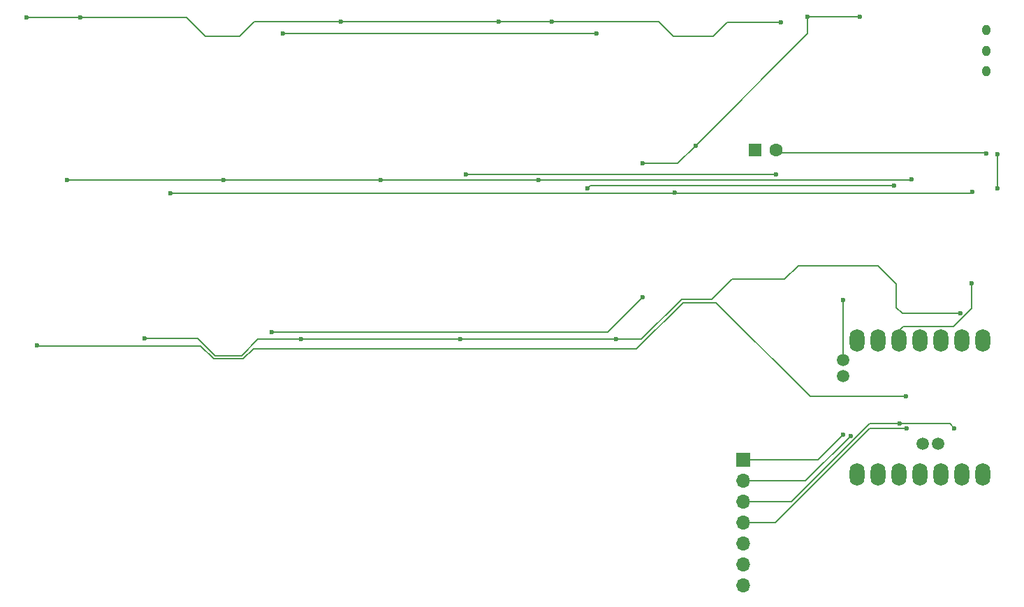
<source format=gbr>
%TF.GenerationSoftware,KiCad,Pcbnew,8.0.7*%
%TF.CreationDate,2025-01-09T22:17:52+09:00*%
%TF.ProjectId,cool937tb_R,636f6f6c-3933-4377-9462-5f522e6b6963,rev?*%
%TF.SameCoordinates,Original*%
%TF.FileFunction,Copper,L1,Top*%
%TF.FilePolarity,Positive*%
%FSLAX46Y46*%
G04 Gerber Fmt 4.6, Leading zero omitted, Abs format (unit mm)*
G04 Created by KiCad (PCBNEW 8.0.7) date 2025-01-09 22:17:52*
%MOMM*%
%LPD*%
G01*
G04 APERTURE LIST*
%TA.AperFunction,ComponentPad*%
%ADD10O,1.000000X1.300000*%
%TD*%
%TA.AperFunction,ComponentPad*%
%ADD11R,1.700000X1.700000*%
%TD*%
%TA.AperFunction,ComponentPad*%
%ADD12O,1.700000X1.700000*%
%TD*%
%TA.AperFunction,ComponentPad*%
%ADD13R,1.600000X1.600000*%
%TD*%
%TA.AperFunction,ComponentPad*%
%ADD14C,1.600000*%
%TD*%
%TA.AperFunction,ComponentPad*%
%ADD15O,1.800000X2.750000*%
%TD*%
%TA.AperFunction,ComponentPad*%
%ADD16C,1.500000*%
%TD*%
%TA.AperFunction,ViaPad*%
%ADD17C,0.600000*%
%TD*%
%TA.AperFunction,Conductor*%
%ADD18C,0.200000*%
%TD*%
G04 APERTURE END LIST*
D10*
%TO.P,SW21,1,A*%
%TO.N,unconnected-(SW21-A-Pad1)*%
X121220000Y-11620000D03*
%TO.P,SW21,2,B*%
%TO.N,Bat*%
X121220000Y-14120000D03*
%TO.P,SW21,3,C*%
%TO.N,Net-(J8-Pin_2)*%
X121220000Y-16620000D03*
%TD*%
D11*
%TO.P,J1,1,SCLK*%
%TO.N,SCLK*%
X91780000Y-63790000D03*
D12*
%TO.P,J1,2,nCS*%
%TO.N,CS*%
X91780000Y-66330000D03*
%TO.P,J1,3,GND*%
%TO.N,GND*%
X91780000Y-68870000D03*
%TO.P,J1,4,Vin*%
%TO.N,3.3V*%
X91780000Y-71410000D03*
%TO.P,J1,5,nc*%
%TO.N,unconnected-(J1-nc-Pad5)*%
X91780000Y-73950000D03*
%TO.P,J1,6,SDIO*%
%TO.N,SDIO*%
X91780000Y-76490000D03*
%TO.P,J1,7,MOTION*%
%TO.N,MOTION*%
X91780000Y-79030000D03*
%TD*%
D13*
%TO.P,J8,1,Pin_1*%
%TO.N,GND*%
X93206250Y-26193750D03*
D14*
%TO.P,J8,2,Pin_2*%
%TO.N,Net-(J8-Pin_2)*%
X95726250Y-26193750D03*
%TD*%
D15*
%TO.P,U1,1,P0.02_A0_D0*%
%TO.N,MOTION*%
X120806000Y-65540000D03*
%TO.P,U1,2,P0.03_A1_D1*%
%TO.N,Row0*%
X118266000Y-65540000D03*
%TO.P,U1,3,P0.28_A2_D2*%
%TO.N,Row1*%
X115726000Y-65540000D03*
%TO.P,U1,4,P0.29_A3_D3*%
%TO.N,Row2*%
X113186000Y-65540000D03*
%TO.P,U1,5,P0.04_A4_D4_SDA*%
%TO.N,SDIO*%
X110646000Y-65540000D03*
%TO.P,U1,6,P0.05_A5_D5_SCL*%
%TO.N,SCLK*%
X108106000Y-65540000D03*
%TO.P,U1,7,P1.11_D6_TX*%
%TO.N,Row3*%
X105566000Y-65540000D03*
%TO.P,U1,8,P1.12_D7_RX*%
%TO.N,Col3*%
X105566000Y-49300000D03*
%TO.P,U1,9,P1.13_D8_SCK*%
%TO.N,Col2*%
X108106000Y-49300000D03*
%TO.P,U1,10,P1.14_D9_MISO*%
%TO.N,Col1*%
X110646000Y-49300000D03*
%TO.P,U1,11,P1.15_D10_MOSI*%
%TO.N,Col0*%
X113186000Y-49300000D03*
%TO.P,U1,12,3V3*%
%TO.N,3.3V*%
X115726000Y-49300000D03*
%TO.P,U1,13,GND*%
%TO.N,GND*%
X118266000Y-49300000D03*
%TO.P,U1,14,5V*%
%TO.N,VCC*%
X120806000Y-49300000D03*
D16*
%TO.P,U1,15,NFC1_0.09*%
%TO.N,CS*%
X103874000Y-53584600D03*
%TO.P,U1,16,NFC2_0.10*%
%TO.N,Col4*%
X103874000Y-51705000D03*
%TO.P,U1,20,BATT+*%
%TO.N,Bat*%
X113503000Y-61865000D03*
%TO.P,U1,21,BATT-*%
%TO.N,GND*%
X115408000Y-61865000D03*
%TD*%
D17*
%TO.N,Col4*%
X103840000Y-44360000D03*
%TO.N,Col3*%
X95770000Y-29180000D03*
X58123750Y-29146250D03*
%TO.N,Col2*%
X74010000Y-12040000D03*
X35962500Y-12040000D03*
X110020000Y-30500000D03*
X72890000Y-30820000D03*
%TO.N,Col1*%
X119470000Y-42350000D03*
X119540000Y-31290000D03*
X83470000Y-31340000D03*
X22323750Y-31446250D03*
%TO.N,Col0*%
X6187500Y-49860000D03*
X111480000Y-56060000D03*
%TO.N,3.3V*%
X111600000Y-59960000D03*
%TO.N,SCLK*%
X103826000Y-60760000D03*
%TO.N,CS*%
X104767265Y-60852735D03*
%TO.N,GND*%
X110700000Y-59358411D03*
X117341500Y-59931500D03*
%TO.N,Row3*%
X85950000Y-25630000D03*
X79570000Y-44050000D03*
X105870000Y-10010000D03*
X79570000Y-27780000D03*
X34640000Y-48290000D03*
X99550000Y-10040000D03*
%TO.N,Row2*%
X38190000Y-49160000D03*
X57430000Y-49160000D03*
X19230000Y-49030000D03*
X118040000Y-45980000D03*
X76340000Y-49160000D03*
%TO.N,Row1*%
X112160000Y-29720000D03*
X66950000Y-29780000D03*
X9760000Y-29780000D03*
X28740000Y-29780000D03*
X47820000Y-29780000D03*
%TO.N,Row0*%
X11440000Y-10110000D03*
X43020000Y-10580000D03*
X96280000Y-10720000D03*
X62100000Y-10580000D03*
X68530000Y-10580000D03*
X4920000Y-10110000D03*
%TO.N,Bat*%
X122560000Y-30800000D03*
X122550000Y-26710000D03*
%TO.N,Net-(J8-Pin_2)*%
X121210000Y-26640000D03*
%TD*%
D18*
%TO.N,SCLK*%
X91780000Y-63790000D02*
X100796000Y-63790000D01*
X100796000Y-63790000D02*
X103826000Y-60760000D01*
%TO.N,CS*%
X91780000Y-66330000D02*
X99290000Y-66330000D01*
X99290000Y-66330000D02*
X104767265Y-60852735D01*
%TO.N,GND*%
X102618529Y-63850000D02*
X102694264Y-63774264D01*
X102694264Y-63774264D02*
X107110118Y-59358411D01*
X91780000Y-68870000D02*
X97598528Y-68870000D01*
X97598528Y-68870000D02*
X102694264Y-63774264D01*
%TO.N,3.3V*%
X98654215Y-68380000D02*
X98867108Y-68167108D01*
X98867108Y-68167108D02*
X106792108Y-60242107D01*
X91780000Y-71410000D02*
X95624216Y-71410000D01*
X95624216Y-71410000D02*
X98867108Y-68167108D01*
%TO.N,Col4*%
X103874000Y-44394000D02*
X103840000Y-44360000D01*
X103874000Y-51705000D02*
X103874000Y-44394000D01*
%TO.N,Col3*%
X95770000Y-29180000D02*
X58157500Y-29180000D01*
X58157500Y-29180000D02*
X58123750Y-29146250D01*
%TO.N,Col2*%
X110020000Y-30500000D02*
X73210000Y-30500000D01*
X73210000Y-30500000D02*
X72890000Y-30820000D01*
X74010000Y-12040000D02*
X35962500Y-12040000D01*
%TO.N,Col1*%
X119430000Y-31400000D02*
X119540000Y-31290000D01*
X117243529Y-47625000D02*
X111115000Y-47625000D01*
X110646000Y-48094000D02*
X110646000Y-49800000D01*
X22350000Y-31420000D02*
X22323750Y-31446250D01*
X83390000Y-31420000D02*
X22350000Y-31420000D01*
X83530000Y-31400000D02*
X83470000Y-31340000D01*
X83470000Y-31340000D02*
X83390000Y-31420000D01*
X119470000Y-45398529D02*
X117243529Y-47625000D01*
X99100000Y-31400000D02*
X119430000Y-31400000D01*
X111115000Y-47625000D02*
X110646000Y-48094000D01*
X99100000Y-31400000D02*
X83530000Y-31400000D01*
X119470000Y-42350000D02*
X119470000Y-45398529D01*
%TO.N,Col0*%
X31140000Y-51530000D02*
X32360025Y-50309975D01*
X78815711Y-50309975D02*
X84445686Y-44680000D01*
X32360025Y-50309975D02*
X78815711Y-50309975D01*
X25994314Y-49940000D02*
X27584314Y-51530000D01*
X88480000Y-44680000D02*
X99860000Y-56060000D01*
X6187500Y-49860000D02*
X6267500Y-49940000D01*
X27584314Y-51530000D02*
X31140000Y-51530000D01*
X99860000Y-56060000D02*
X111480000Y-56060000D01*
X6267500Y-49940000D02*
X25994314Y-49940000D01*
X84445686Y-44680000D02*
X88480000Y-44680000D01*
%TO.N,3.3V*%
X106792108Y-60242107D02*
X107074215Y-59960000D01*
X107074215Y-59960000D02*
X111600000Y-59960000D01*
%TO.N,GND*%
X107110118Y-59358411D02*
X110700000Y-59358411D01*
X110700000Y-59358411D02*
X116768411Y-59358411D01*
X116768411Y-59358411D02*
X117341500Y-59931500D01*
%TO.N,Row3*%
X99550000Y-12030000D02*
X99550000Y-10040000D01*
X79570000Y-44050000D02*
X75330000Y-48290000D01*
X85950000Y-25630000D02*
X83800000Y-27780000D01*
X75330000Y-48290000D02*
X34640000Y-48290000D01*
X83800000Y-27780000D02*
X79570000Y-27780000D01*
X99580000Y-10010000D02*
X99550000Y-10040000D01*
X105870000Y-10010000D02*
X99580000Y-10010000D01*
X85950000Y-25630000D02*
X99550000Y-12030000D01*
%TO.N,Row2*%
X38190000Y-49160000D02*
X57430000Y-49160000D01*
X96740000Y-41870000D02*
X98410000Y-40200000D01*
X27750000Y-51130000D02*
X30950000Y-51130000D01*
X98410000Y-40200000D02*
X108080000Y-40200000D01*
X19230000Y-49030000D02*
X25650000Y-49030000D01*
X30950000Y-51130000D02*
X32920000Y-49160000D01*
X32920000Y-49160000D02*
X38190000Y-49160000D01*
X79400000Y-49160000D02*
X84280000Y-44280000D01*
X118040000Y-45980000D02*
X113190000Y-45980000D01*
X84280000Y-44280000D02*
X87944758Y-44280000D01*
X110318750Y-45278750D02*
X111020000Y-45980000D01*
X76340000Y-49160000D02*
X79400000Y-49160000D01*
X110318750Y-42438750D02*
X110318750Y-45278750D01*
X113186000Y-45984000D02*
X113190000Y-45980000D01*
X90354758Y-41870000D02*
X96740000Y-41870000D01*
X87944758Y-44280000D02*
X90354758Y-41870000D01*
X25650000Y-49030000D02*
X27750000Y-51130000D01*
X108080000Y-40200000D02*
X110318750Y-42438750D01*
X111020000Y-45980000D02*
X113190000Y-45980000D01*
X57430000Y-49160000D02*
X76340000Y-49160000D01*
%TO.N,Row1*%
X9760000Y-29780000D02*
X28740000Y-29780000D01*
X47820000Y-29780000D02*
X66950000Y-29780000D01*
X28740000Y-29780000D02*
X47820000Y-29780000D01*
X66950000Y-29780000D02*
X112100000Y-29780000D01*
X115726000Y-65172056D02*
X115726000Y-65040000D01*
X112100000Y-29780000D02*
X112160000Y-29720000D01*
%TO.N,Row0*%
X81490000Y-10580000D02*
X68530000Y-10580000D01*
X30690000Y-12370000D02*
X26560000Y-12370000D01*
X68530000Y-10580000D02*
X62100000Y-10580000D01*
X24300000Y-10110000D02*
X11440000Y-10110000D01*
X89780000Y-10720000D02*
X88140000Y-12360000D01*
X43020000Y-10580000D02*
X32480000Y-10580000D01*
X11440000Y-10110000D02*
X4920000Y-10110000D01*
X32480000Y-10580000D02*
X30690000Y-12370000D01*
X96280000Y-10720000D02*
X89780000Y-10720000D01*
X26560000Y-12370000D02*
X24300000Y-10110000D01*
X62100000Y-10580000D02*
X43020000Y-10580000D01*
X83270000Y-12360000D02*
X81490000Y-10580000D01*
X88140000Y-12360000D02*
X83270000Y-12360000D01*
%TO.N,Bat*%
X122550000Y-30430000D02*
X122550000Y-26710000D01*
X122560000Y-30440000D02*
X122550000Y-30430000D01*
X122560000Y-30800000D02*
X122560000Y-30440000D01*
%TO.N,Net-(J8-Pin_2)*%
X95726250Y-26193750D02*
X96082500Y-26550000D01*
X121120000Y-26550000D02*
X121210000Y-26640000D01*
X96082500Y-26550000D02*
X121120000Y-26550000D01*
%TD*%
M02*

</source>
